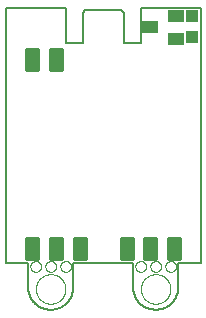
<source format=gbp>
G75*
%MOIN*%
%OFA0B0*%
%FSLAX25Y25*%
%IPPOS*%
%LPD*%
%AMOC8*
5,1,8,0,0,1.08239X$1,22.5*
%
%ADD10C,0.00500*%
%ADD11C,0.00000*%
%ADD12R,0.04252X0.04134*%
%ADD13C,0.01000*%
%ADD14R,0.05512X0.03937*%
D10*
X0005050Y0016901D02*
X0005050Y0101862D01*
X0025050Y0101862D01*
X0025050Y0090026D01*
X0030675Y0090026D01*
X0030675Y0100221D01*
X0031652Y0101198D01*
X0043448Y0101198D01*
X0044425Y0100221D01*
X0044425Y0090026D01*
X0050050Y0090026D01*
X0050050Y0101901D01*
X0070001Y0101901D01*
X0070050Y0101862D01*
X0070050Y0101901D02*
X0070050Y0073151D01*
X0070001Y0016901D01*
X0062550Y0016901D01*
X0062550Y0008151D01*
X0062533Y0007969D01*
X0062511Y0007787D01*
X0062484Y0007605D01*
X0062454Y0007425D01*
X0062419Y0007245D01*
X0062379Y0007066D01*
X0062335Y0006888D01*
X0062287Y0006711D01*
X0062235Y0006535D01*
X0062178Y0006361D01*
X0062117Y0006188D01*
X0062052Y0006017D01*
X0061983Y0005847D01*
X0061909Y0005679D01*
X0061832Y0005513D01*
X0061750Y0005349D01*
X0061665Y0005187D01*
X0061576Y0005027D01*
X0061482Y0004869D01*
X0061385Y0004713D01*
X0061284Y0004560D01*
X0061180Y0004410D01*
X0061072Y0004262D01*
X0060960Y0004116D01*
X0060845Y0003974D01*
X0060726Y0003834D01*
X0060604Y0003698D01*
X0060479Y0003564D01*
X0060350Y0003433D01*
X0060219Y0003306D01*
X0060084Y0003181D01*
X0059946Y0003060D01*
X0059806Y0002943D01*
X0059662Y0002829D01*
X0059516Y0002718D01*
X0059367Y0002611D01*
X0059216Y0002508D01*
X0059062Y0002408D01*
X0058906Y0002313D01*
X0058747Y0002221D01*
X0058586Y0002133D01*
X0058424Y0002048D01*
X0058259Y0001968D01*
X0058092Y0001892D01*
X0057923Y0001820D01*
X0057753Y0001752D01*
X0057581Y0001689D01*
X0057408Y0001629D01*
X0057233Y0001574D01*
X0057057Y0001523D01*
X0056880Y0001476D01*
X0056702Y0001433D01*
X0056522Y0001395D01*
X0056342Y0001362D01*
X0056161Y0001333D01*
X0055980Y0001308D01*
X0055798Y0001287D01*
X0055615Y0001271D01*
X0055432Y0001260D01*
X0055249Y0001253D01*
X0055066Y0001250D01*
X0054883Y0001252D01*
X0054699Y0001258D01*
X0054516Y0001269D01*
X0054334Y0001284D01*
X0054152Y0001304D01*
X0053970Y0001328D01*
X0053789Y0001356D01*
X0053608Y0001389D01*
X0053429Y0001427D01*
X0053251Y0001468D01*
X0053073Y0001514D01*
X0052897Y0001565D01*
X0052722Y0001619D01*
X0052548Y0001678D01*
X0052376Y0001741D01*
X0052206Y0001808D01*
X0052037Y0001879D01*
X0051870Y0001955D01*
X0051705Y0002034D01*
X0051541Y0002118D01*
X0051380Y0002205D01*
X0051221Y0002297D01*
X0051065Y0002392D01*
X0050911Y0002491D01*
X0050759Y0002593D01*
X0050609Y0002700D01*
X0050463Y0002810D01*
X0050319Y0002923D01*
X0050178Y0003040D01*
X0050040Y0003160D01*
X0049904Y0003284D01*
X0049772Y0003411D01*
X0049643Y0003541D01*
X0049517Y0003674D01*
X0049395Y0003811D01*
X0049275Y0003950D01*
X0049159Y0004092D01*
X0049047Y0004237D01*
X0048938Y0004384D01*
X0048833Y0004534D01*
X0048732Y0004687D01*
X0048634Y0004842D01*
X0048540Y0004999D01*
X0048450Y0005159D01*
X0048364Y0005321D01*
X0048282Y0005485D01*
X0048204Y0005650D01*
X0048130Y0005818D01*
X0048060Y0005987D01*
X0047994Y0006158D01*
X0047932Y0006331D01*
X0047875Y0006505D01*
X0047822Y0006681D01*
X0047773Y0006857D01*
X0047728Y0007035D01*
X0047688Y0007214D01*
X0047652Y0007393D01*
X0047621Y0007574D01*
X0047594Y0007755D01*
X0047571Y0007937D01*
X0047553Y0008120D01*
X0047539Y0008302D01*
X0047530Y0008485D01*
X0047525Y0008669D01*
X0047524Y0008852D01*
X0047528Y0009035D01*
X0047537Y0009218D01*
X0047550Y0009401D01*
X0047550Y0016901D01*
X0027550Y0016901D01*
X0027550Y0009401D01*
X0027563Y0009217D01*
X0027572Y0009033D01*
X0027576Y0008848D01*
X0027575Y0008664D01*
X0027570Y0008480D01*
X0027561Y0008296D01*
X0027547Y0008112D01*
X0027528Y0007928D01*
X0027505Y0007745D01*
X0027478Y0007563D01*
X0027446Y0007381D01*
X0027409Y0007201D01*
X0027368Y0007021D01*
X0027323Y0006842D01*
X0027274Y0006664D01*
X0027220Y0006488D01*
X0027162Y0006313D01*
X0027099Y0006140D01*
X0027032Y0005968D01*
X0026961Y0005797D01*
X0026886Y0005629D01*
X0026807Y0005462D01*
X0026724Y0005298D01*
X0026637Y0005135D01*
X0026546Y0004975D01*
X0026451Y0004817D01*
X0026352Y0004661D01*
X0026249Y0004508D01*
X0026143Y0004358D01*
X0026032Y0004210D01*
X0025919Y0004065D01*
X0025802Y0003922D01*
X0025681Y0003783D01*
X0025557Y0003646D01*
X0025430Y0003513D01*
X0025299Y0003383D01*
X0025165Y0003256D01*
X0025029Y0003132D01*
X0024889Y0003012D01*
X0024746Y0002895D01*
X0024601Y0002782D01*
X0024452Y0002672D01*
X0024301Y0002566D01*
X0024148Y0002464D01*
X0023992Y0002365D01*
X0023834Y0002270D01*
X0023673Y0002180D01*
X0023511Y0002093D01*
X0023346Y0002010D01*
X0023179Y0001931D01*
X0023011Y0001857D01*
X0022840Y0001786D01*
X0022668Y0001720D01*
X0022494Y0001658D01*
X0022319Y0001600D01*
X0022143Y0001547D01*
X0021965Y0001498D01*
X0021786Y0001453D01*
X0021606Y0001413D01*
X0021425Y0001377D01*
X0021244Y0001345D01*
X0021061Y0001318D01*
X0020878Y0001296D01*
X0020695Y0001278D01*
X0020511Y0001264D01*
X0020327Y0001255D01*
X0020142Y0001251D01*
X0019958Y0001251D01*
X0019773Y0001255D01*
X0019589Y0001264D01*
X0019405Y0001278D01*
X0019222Y0001296D01*
X0019039Y0001318D01*
X0018856Y0001345D01*
X0018675Y0001377D01*
X0018494Y0001413D01*
X0018314Y0001453D01*
X0018135Y0001498D01*
X0017957Y0001547D01*
X0017781Y0001600D01*
X0017606Y0001658D01*
X0017432Y0001720D01*
X0017260Y0001786D01*
X0017089Y0001857D01*
X0016921Y0001931D01*
X0016754Y0002010D01*
X0016589Y0002093D01*
X0016427Y0002180D01*
X0016266Y0002270D01*
X0016108Y0002365D01*
X0015952Y0002464D01*
X0015799Y0002566D01*
X0015648Y0002672D01*
X0015499Y0002782D01*
X0015354Y0002895D01*
X0015211Y0003012D01*
X0015071Y0003132D01*
X0014935Y0003256D01*
X0014801Y0003383D01*
X0014670Y0003513D01*
X0014543Y0003646D01*
X0014419Y0003783D01*
X0014298Y0003922D01*
X0014181Y0004065D01*
X0014068Y0004210D01*
X0013957Y0004358D01*
X0013851Y0004508D01*
X0013748Y0004661D01*
X0013649Y0004817D01*
X0013554Y0004975D01*
X0013463Y0005135D01*
X0013376Y0005298D01*
X0013293Y0005462D01*
X0013214Y0005629D01*
X0013139Y0005797D01*
X0013068Y0005968D01*
X0013001Y0006140D01*
X0012938Y0006313D01*
X0012880Y0006488D01*
X0012826Y0006664D01*
X0012777Y0006842D01*
X0012732Y0007021D01*
X0012691Y0007201D01*
X0012654Y0007381D01*
X0012622Y0007563D01*
X0012595Y0007745D01*
X0012572Y0007928D01*
X0012553Y0008112D01*
X0012539Y0008296D01*
X0012530Y0008480D01*
X0012525Y0008664D01*
X0012524Y0008848D01*
X0012528Y0009033D01*
X0012537Y0009217D01*
X0012550Y0009401D01*
X0012550Y0016901D01*
X0005050Y0016901D01*
D11*
X0013278Y0015651D02*
X0013280Y0015735D01*
X0013286Y0015818D01*
X0013296Y0015901D01*
X0013310Y0015984D01*
X0013327Y0016066D01*
X0013349Y0016147D01*
X0013374Y0016226D01*
X0013403Y0016305D01*
X0013436Y0016382D01*
X0013472Y0016457D01*
X0013512Y0016531D01*
X0013555Y0016603D01*
X0013602Y0016672D01*
X0013652Y0016739D01*
X0013705Y0016804D01*
X0013761Y0016866D01*
X0013819Y0016926D01*
X0013881Y0016983D01*
X0013945Y0017036D01*
X0014012Y0017087D01*
X0014081Y0017134D01*
X0014152Y0017179D01*
X0014225Y0017219D01*
X0014300Y0017256D01*
X0014377Y0017290D01*
X0014455Y0017320D01*
X0014534Y0017346D01*
X0014615Y0017369D01*
X0014697Y0017387D01*
X0014779Y0017402D01*
X0014862Y0017413D01*
X0014945Y0017420D01*
X0015029Y0017423D01*
X0015113Y0017422D01*
X0015196Y0017417D01*
X0015280Y0017408D01*
X0015362Y0017395D01*
X0015444Y0017379D01*
X0015525Y0017358D01*
X0015606Y0017334D01*
X0015684Y0017306D01*
X0015762Y0017274D01*
X0015838Y0017238D01*
X0015912Y0017199D01*
X0015984Y0017157D01*
X0016054Y0017111D01*
X0016122Y0017062D01*
X0016187Y0017010D01*
X0016250Y0016955D01*
X0016310Y0016897D01*
X0016368Y0016836D01*
X0016422Y0016772D01*
X0016474Y0016706D01*
X0016522Y0016638D01*
X0016567Y0016567D01*
X0016608Y0016494D01*
X0016647Y0016420D01*
X0016681Y0016344D01*
X0016712Y0016266D01*
X0016739Y0016187D01*
X0016763Y0016106D01*
X0016782Y0016025D01*
X0016798Y0015943D01*
X0016810Y0015860D01*
X0016818Y0015776D01*
X0016822Y0015693D01*
X0016822Y0015609D01*
X0016818Y0015526D01*
X0016810Y0015442D01*
X0016798Y0015359D01*
X0016782Y0015277D01*
X0016763Y0015196D01*
X0016739Y0015115D01*
X0016712Y0015036D01*
X0016681Y0014958D01*
X0016647Y0014882D01*
X0016608Y0014808D01*
X0016567Y0014735D01*
X0016522Y0014664D01*
X0016474Y0014596D01*
X0016422Y0014530D01*
X0016368Y0014466D01*
X0016310Y0014405D01*
X0016250Y0014347D01*
X0016187Y0014292D01*
X0016122Y0014240D01*
X0016054Y0014191D01*
X0015984Y0014145D01*
X0015912Y0014103D01*
X0015838Y0014064D01*
X0015762Y0014028D01*
X0015684Y0013996D01*
X0015606Y0013968D01*
X0015525Y0013944D01*
X0015444Y0013923D01*
X0015362Y0013907D01*
X0015280Y0013894D01*
X0015196Y0013885D01*
X0015113Y0013880D01*
X0015029Y0013879D01*
X0014945Y0013882D01*
X0014862Y0013889D01*
X0014779Y0013900D01*
X0014697Y0013915D01*
X0014615Y0013933D01*
X0014534Y0013956D01*
X0014455Y0013982D01*
X0014377Y0014012D01*
X0014300Y0014046D01*
X0014225Y0014083D01*
X0014152Y0014123D01*
X0014081Y0014168D01*
X0014012Y0014215D01*
X0013945Y0014266D01*
X0013881Y0014319D01*
X0013819Y0014376D01*
X0013761Y0014436D01*
X0013705Y0014498D01*
X0013652Y0014563D01*
X0013602Y0014630D01*
X0013555Y0014699D01*
X0013512Y0014771D01*
X0013472Y0014845D01*
X0013436Y0014920D01*
X0013403Y0014997D01*
X0013374Y0015076D01*
X0013349Y0015155D01*
X0013327Y0015236D01*
X0013310Y0015318D01*
X0013296Y0015401D01*
X0013286Y0015484D01*
X0013280Y0015567D01*
X0013278Y0015651D01*
X0018278Y0015651D02*
X0018280Y0015735D01*
X0018286Y0015818D01*
X0018296Y0015901D01*
X0018310Y0015984D01*
X0018327Y0016066D01*
X0018349Y0016147D01*
X0018374Y0016226D01*
X0018403Y0016305D01*
X0018436Y0016382D01*
X0018472Y0016457D01*
X0018512Y0016531D01*
X0018555Y0016603D01*
X0018602Y0016672D01*
X0018652Y0016739D01*
X0018705Y0016804D01*
X0018761Y0016866D01*
X0018819Y0016926D01*
X0018881Y0016983D01*
X0018945Y0017036D01*
X0019012Y0017087D01*
X0019081Y0017134D01*
X0019152Y0017179D01*
X0019225Y0017219D01*
X0019300Y0017256D01*
X0019377Y0017290D01*
X0019455Y0017320D01*
X0019534Y0017346D01*
X0019615Y0017369D01*
X0019697Y0017387D01*
X0019779Y0017402D01*
X0019862Y0017413D01*
X0019945Y0017420D01*
X0020029Y0017423D01*
X0020113Y0017422D01*
X0020196Y0017417D01*
X0020280Y0017408D01*
X0020362Y0017395D01*
X0020444Y0017379D01*
X0020525Y0017358D01*
X0020606Y0017334D01*
X0020684Y0017306D01*
X0020762Y0017274D01*
X0020838Y0017238D01*
X0020912Y0017199D01*
X0020984Y0017157D01*
X0021054Y0017111D01*
X0021122Y0017062D01*
X0021187Y0017010D01*
X0021250Y0016955D01*
X0021310Y0016897D01*
X0021368Y0016836D01*
X0021422Y0016772D01*
X0021474Y0016706D01*
X0021522Y0016638D01*
X0021567Y0016567D01*
X0021608Y0016494D01*
X0021647Y0016420D01*
X0021681Y0016344D01*
X0021712Y0016266D01*
X0021739Y0016187D01*
X0021763Y0016106D01*
X0021782Y0016025D01*
X0021798Y0015943D01*
X0021810Y0015860D01*
X0021818Y0015776D01*
X0021822Y0015693D01*
X0021822Y0015609D01*
X0021818Y0015526D01*
X0021810Y0015442D01*
X0021798Y0015359D01*
X0021782Y0015277D01*
X0021763Y0015196D01*
X0021739Y0015115D01*
X0021712Y0015036D01*
X0021681Y0014958D01*
X0021647Y0014882D01*
X0021608Y0014808D01*
X0021567Y0014735D01*
X0021522Y0014664D01*
X0021474Y0014596D01*
X0021422Y0014530D01*
X0021368Y0014466D01*
X0021310Y0014405D01*
X0021250Y0014347D01*
X0021187Y0014292D01*
X0021122Y0014240D01*
X0021054Y0014191D01*
X0020984Y0014145D01*
X0020912Y0014103D01*
X0020838Y0014064D01*
X0020762Y0014028D01*
X0020684Y0013996D01*
X0020606Y0013968D01*
X0020525Y0013944D01*
X0020444Y0013923D01*
X0020362Y0013907D01*
X0020280Y0013894D01*
X0020196Y0013885D01*
X0020113Y0013880D01*
X0020029Y0013879D01*
X0019945Y0013882D01*
X0019862Y0013889D01*
X0019779Y0013900D01*
X0019697Y0013915D01*
X0019615Y0013933D01*
X0019534Y0013956D01*
X0019455Y0013982D01*
X0019377Y0014012D01*
X0019300Y0014046D01*
X0019225Y0014083D01*
X0019152Y0014123D01*
X0019081Y0014168D01*
X0019012Y0014215D01*
X0018945Y0014266D01*
X0018881Y0014319D01*
X0018819Y0014376D01*
X0018761Y0014436D01*
X0018705Y0014498D01*
X0018652Y0014563D01*
X0018602Y0014630D01*
X0018555Y0014699D01*
X0018512Y0014771D01*
X0018472Y0014845D01*
X0018436Y0014920D01*
X0018403Y0014997D01*
X0018374Y0015076D01*
X0018349Y0015155D01*
X0018327Y0015236D01*
X0018310Y0015318D01*
X0018296Y0015401D01*
X0018286Y0015484D01*
X0018280Y0015567D01*
X0018278Y0015651D01*
X0015129Y0008151D02*
X0015131Y0008291D01*
X0015137Y0008431D01*
X0015147Y0008570D01*
X0015161Y0008709D01*
X0015179Y0008848D01*
X0015200Y0008986D01*
X0015226Y0009124D01*
X0015256Y0009261D01*
X0015289Y0009396D01*
X0015327Y0009531D01*
X0015368Y0009665D01*
X0015413Y0009798D01*
X0015461Y0009929D01*
X0015514Y0010058D01*
X0015570Y0010187D01*
X0015629Y0010313D01*
X0015693Y0010438D01*
X0015759Y0010561D01*
X0015830Y0010682D01*
X0015903Y0010801D01*
X0015980Y0010918D01*
X0016061Y0011032D01*
X0016144Y0011144D01*
X0016231Y0011254D01*
X0016321Y0011362D01*
X0016413Y0011466D01*
X0016509Y0011568D01*
X0016608Y0011668D01*
X0016709Y0011764D01*
X0016813Y0011858D01*
X0016920Y0011948D01*
X0017029Y0012035D01*
X0017141Y0012120D01*
X0017255Y0012201D01*
X0017371Y0012279D01*
X0017489Y0012353D01*
X0017610Y0012424D01*
X0017732Y0012492D01*
X0017857Y0012556D01*
X0017983Y0012617D01*
X0018110Y0012674D01*
X0018240Y0012727D01*
X0018371Y0012777D01*
X0018503Y0012822D01*
X0018636Y0012865D01*
X0018771Y0012903D01*
X0018906Y0012937D01*
X0019043Y0012968D01*
X0019180Y0012995D01*
X0019318Y0013017D01*
X0019457Y0013036D01*
X0019596Y0013051D01*
X0019735Y0013062D01*
X0019875Y0013069D01*
X0020015Y0013072D01*
X0020155Y0013071D01*
X0020295Y0013066D01*
X0020434Y0013057D01*
X0020574Y0013044D01*
X0020713Y0013027D01*
X0020851Y0013006D01*
X0020989Y0012982D01*
X0021126Y0012953D01*
X0021262Y0012921D01*
X0021397Y0012884D01*
X0021531Y0012844D01*
X0021664Y0012800D01*
X0021795Y0012752D01*
X0021925Y0012701D01*
X0022054Y0012646D01*
X0022181Y0012587D01*
X0022306Y0012524D01*
X0022429Y0012459D01*
X0022551Y0012389D01*
X0022670Y0012316D01*
X0022788Y0012240D01*
X0022903Y0012161D01*
X0023016Y0012078D01*
X0023126Y0011992D01*
X0023234Y0011903D01*
X0023339Y0011811D01*
X0023442Y0011716D01*
X0023542Y0011618D01*
X0023639Y0011518D01*
X0023733Y0011414D01*
X0023825Y0011308D01*
X0023913Y0011200D01*
X0023998Y0011089D01*
X0024080Y0010975D01*
X0024159Y0010859D01*
X0024234Y0010742D01*
X0024306Y0010622D01*
X0024374Y0010500D01*
X0024439Y0010376D01*
X0024501Y0010250D01*
X0024559Y0010123D01*
X0024613Y0009994D01*
X0024664Y0009863D01*
X0024710Y0009731D01*
X0024753Y0009598D01*
X0024793Y0009464D01*
X0024828Y0009329D01*
X0024860Y0009192D01*
X0024887Y0009055D01*
X0024911Y0008917D01*
X0024931Y0008779D01*
X0024947Y0008640D01*
X0024959Y0008500D01*
X0024967Y0008361D01*
X0024971Y0008221D01*
X0024971Y0008081D01*
X0024967Y0007941D01*
X0024959Y0007802D01*
X0024947Y0007662D01*
X0024931Y0007523D01*
X0024911Y0007385D01*
X0024887Y0007247D01*
X0024860Y0007110D01*
X0024828Y0006973D01*
X0024793Y0006838D01*
X0024753Y0006704D01*
X0024710Y0006571D01*
X0024664Y0006439D01*
X0024613Y0006308D01*
X0024559Y0006179D01*
X0024501Y0006052D01*
X0024439Y0005926D01*
X0024374Y0005802D01*
X0024306Y0005680D01*
X0024234Y0005560D01*
X0024159Y0005443D01*
X0024080Y0005327D01*
X0023998Y0005213D01*
X0023913Y0005102D01*
X0023825Y0004994D01*
X0023733Y0004888D01*
X0023639Y0004784D01*
X0023542Y0004684D01*
X0023442Y0004586D01*
X0023339Y0004491D01*
X0023234Y0004399D01*
X0023126Y0004310D01*
X0023016Y0004224D01*
X0022903Y0004141D01*
X0022788Y0004062D01*
X0022670Y0003986D01*
X0022551Y0003913D01*
X0022429Y0003843D01*
X0022306Y0003778D01*
X0022181Y0003715D01*
X0022054Y0003656D01*
X0021925Y0003601D01*
X0021795Y0003550D01*
X0021664Y0003502D01*
X0021531Y0003458D01*
X0021397Y0003418D01*
X0021262Y0003381D01*
X0021126Y0003349D01*
X0020989Y0003320D01*
X0020851Y0003296D01*
X0020713Y0003275D01*
X0020574Y0003258D01*
X0020434Y0003245D01*
X0020295Y0003236D01*
X0020155Y0003231D01*
X0020015Y0003230D01*
X0019875Y0003233D01*
X0019735Y0003240D01*
X0019596Y0003251D01*
X0019457Y0003266D01*
X0019318Y0003285D01*
X0019180Y0003307D01*
X0019043Y0003334D01*
X0018906Y0003365D01*
X0018771Y0003399D01*
X0018636Y0003437D01*
X0018503Y0003480D01*
X0018371Y0003525D01*
X0018240Y0003575D01*
X0018110Y0003628D01*
X0017983Y0003685D01*
X0017857Y0003746D01*
X0017732Y0003810D01*
X0017610Y0003878D01*
X0017489Y0003949D01*
X0017371Y0004023D01*
X0017255Y0004101D01*
X0017141Y0004182D01*
X0017029Y0004267D01*
X0016920Y0004354D01*
X0016813Y0004444D01*
X0016709Y0004538D01*
X0016608Y0004634D01*
X0016509Y0004734D01*
X0016413Y0004836D01*
X0016321Y0004940D01*
X0016231Y0005048D01*
X0016144Y0005158D01*
X0016061Y0005270D01*
X0015980Y0005384D01*
X0015903Y0005501D01*
X0015830Y0005620D01*
X0015759Y0005741D01*
X0015693Y0005864D01*
X0015629Y0005989D01*
X0015570Y0006115D01*
X0015514Y0006244D01*
X0015461Y0006373D01*
X0015413Y0006504D01*
X0015368Y0006637D01*
X0015327Y0006771D01*
X0015289Y0006906D01*
X0015256Y0007041D01*
X0015226Y0007178D01*
X0015200Y0007316D01*
X0015179Y0007454D01*
X0015161Y0007593D01*
X0015147Y0007732D01*
X0015137Y0007871D01*
X0015131Y0008011D01*
X0015129Y0008151D01*
X0023278Y0015651D02*
X0023280Y0015735D01*
X0023286Y0015818D01*
X0023296Y0015901D01*
X0023310Y0015984D01*
X0023327Y0016066D01*
X0023349Y0016147D01*
X0023374Y0016226D01*
X0023403Y0016305D01*
X0023436Y0016382D01*
X0023472Y0016457D01*
X0023512Y0016531D01*
X0023555Y0016603D01*
X0023602Y0016672D01*
X0023652Y0016739D01*
X0023705Y0016804D01*
X0023761Y0016866D01*
X0023819Y0016926D01*
X0023881Y0016983D01*
X0023945Y0017036D01*
X0024012Y0017087D01*
X0024081Y0017134D01*
X0024152Y0017179D01*
X0024225Y0017219D01*
X0024300Y0017256D01*
X0024377Y0017290D01*
X0024455Y0017320D01*
X0024534Y0017346D01*
X0024615Y0017369D01*
X0024697Y0017387D01*
X0024779Y0017402D01*
X0024862Y0017413D01*
X0024945Y0017420D01*
X0025029Y0017423D01*
X0025113Y0017422D01*
X0025196Y0017417D01*
X0025280Y0017408D01*
X0025362Y0017395D01*
X0025444Y0017379D01*
X0025525Y0017358D01*
X0025606Y0017334D01*
X0025684Y0017306D01*
X0025762Y0017274D01*
X0025838Y0017238D01*
X0025912Y0017199D01*
X0025984Y0017157D01*
X0026054Y0017111D01*
X0026122Y0017062D01*
X0026187Y0017010D01*
X0026250Y0016955D01*
X0026310Y0016897D01*
X0026368Y0016836D01*
X0026422Y0016772D01*
X0026474Y0016706D01*
X0026522Y0016638D01*
X0026567Y0016567D01*
X0026608Y0016494D01*
X0026647Y0016420D01*
X0026681Y0016344D01*
X0026712Y0016266D01*
X0026739Y0016187D01*
X0026763Y0016106D01*
X0026782Y0016025D01*
X0026798Y0015943D01*
X0026810Y0015860D01*
X0026818Y0015776D01*
X0026822Y0015693D01*
X0026822Y0015609D01*
X0026818Y0015526D01*
X0026810Y0015442D01*
X0026798Y0015359D01*
X0026782Y0015277D01*
X0026763Y0015196D01*
X0026739Y0015115D01*
X0026712Y0015036D01*
X0026681Y0014958D01*
X0026647Y0014882D01*
X0026608Y0014808D01*
X0026567Y0014735D01*
X0026522Y0014664D01*
X0026474Y0014596D01*
X0026422Y0014530D01*
X0026368Y0014466D01*
X0026310Y0014405D01*
X0026250Y0014347D01*
X0026187Y0014292D01*
X0026122Y0014240D01*
X0026054Y0014191D01*
X0025984Y0014145D01*
X0025912Y0014103D01*
X0025838Y0014064D01*
X0025762Y0014028D01*
X0025684Y0013996D01*
X0025606Y0013968D01*
X0025525Y0013944D01*
X0025444Y0013923D01*
X0025362Y0013907D01*
X0025280Y0013894D01*
X0025196Y0013885D01*
X0025113Y0013880D01*
X0025029Y0013879D01*
X0024945Y0013882D01*
X0024862Y0013889D01*
X0024779Y0013900D01*
X0024697Y0013915D01*
X0024615Y0013933D01*
X0024534Y0013956D01*
X0024455Y0013982D01*
X0024377Y0014012D01*
X0024300Y0014046D01*
X0024225Y0014083D01*
X0024152Y0014123D01*
X0024081Y0014168D01*
X0024012Y0014215D01*
X0023945Y0014266D01*
X0023881Y0014319D01*
X0023819Y0014376D01*
X0023761Y0014436D01*
X0023705Y0014498D01*
X0023652Y0014563D01*
X0023602Y0014630D01*
X0023555Y0014699D01*
X0023512Y0014771D01*
X0023472Y0014845D01*
X0023436Y0014920D01*
X0023403Y0014997D01*
X0023374Y0015076D01*
X0023349Y0015155D01*
X0023327Y0015236D01*
X0023310Y0015318D01*
X0023296Y0015401D01*
X0023286Y0015484D01*
X0023280Y0015567D01*
X0023278Y0015651D01*
X0048278Y0015651D02*
X0048280Y0015735D01*
X0048286Y0015818D01*
X0048296Y0015901D01*
X0048310Y0015984D01*
X0048327Y0016066D01*
X0048349Y0016147D01*
X0048374Y0016226D01*
X0048403Y0016305D01*
X0048436Y0016382D01*
X0048472Y0016457D01*
X0048512Y0016531D01*
X0048555Y0016603D01*
X0048602Y0016672D01*
X0048652Y0016739D01*
X0048705Y0016804D01*
X0048761Y0016866D01*
X0048819Y0016926D01*
X0048881Y0016983D01*
X0048945Y0017036D01*
X0049012Y0017087D01*
X0049081Y0017134D01*
X0049152Y0017179D01*
X0049225Y0017219D01*
X0049300Y0017256D01*
X0049377Y0017290D01*
X0049455Y0017320D01*
X0049534Y0017346D01*
X0049615Y0017369D01*
X0049697Y0017387D01*
X0049779Y0017402D01*
X0049862Y0017413D01*
X0049945Y0017420D01*
X0050029Y0017423D01*
X0050113Y0017422D01*
X0050196Y0017417D01*
X0050280Y0017408D01*
X0050362Y0017395D01*
X0050444Y0017379D01*
X0050525Y0017358D01*
X0050606Y0017334D01*
X0050684Y0017306D01*
X0050762Y0017274D01*
X0050838Y0017238D01*
X0050912Y0017199D01*
X0050984Y0017157D01*
X0051054Y0017111D01*
X0051122Y0017062D01*
X0051187Y0017010D01*
X0051250Y0016955D01*
X0051310Y0016897D01*
X0051368Y0016836D01*
X0051422Y0016772D01*
X0051474Y0016706D01*
X0051522Y0016638D01*
X0051567Y0016567D01*
X0051608Y0016494D01*
X0051647Y0016420D01*
X0051681Y0016344D01*
X0051712Y0016266D01*
X0051739Y0016187D01*
X0051763Y0016106D01*
X0051782Y0016025D01*
X0051798Y0015943D01*
X0051810Y0015860D01*
X0051818Y0015776D01*
X0051822Y0015693D01*
X0051822Y0015609D01*
X0051818Y0015526D01*
X0051810Y0015442D01*
X0051798Y0015359D01*
X0051782Y0015277D01*
X0051763Y0015196D01*
X0051739Y0015115D01*
X0051712Y0015036D01*
X0051681Y0014958D01*
X0051647Y0014882D01*
X0051608Y0014808D01*
X0051567Y0014735D01*
X0051522Y0014664D01*
X0051474Y0014596D01*
X0051422Y0014530D01*
X0051368Y0014466D01*
X0051310Y0014405D01*
X0051250Y0014347D01*
X0051187Y0014292D01*
X0051122Y0014240D01*
X0051054Y0014191D01*
X0050984Y0014145D01*
X0050912Y0014103D01*
X0050838Y0014064D01*
X0050762Y0014028D01*
X0050684Y0013996D01*
X0050606Y0013968D01*
X0050525Y0013944D01*
X0050444Y0013923D01*
X0050362Y0013907D01*
X0050280Y0013894D01*
X0050196Y0013885D01*
X0050113Y0013880D01*
X0050029Y0013879D01*
X0049945Y0013882D01*
X0049862Y0013889D01*
X0049779Y0013900D01*
X0049697Y0013915D01*
X0049615Y0013933D01*
X0049534Y0013956D01*
X0049455Y0013982D01*
X0049377Y0014012D01*
X0049300Y0014046D01*
X0049225Y0014083D01*
X0049152Y0014123D01*
X0049081Y0014168D01*
X0049012Y0014215D01*
X0048945Y0014266D01*
X0048881Y0014319D01*
X0048819Y0014376D01*
X0048761Y0014436D01*
X0048705Y0014498D01*
X0048652Y0014563D01*
X0048602Y0014630D01*
X0048555Y0014699D01*
X0048512Y0014771D01*
X0048472Y0014845D01*
X0048436Y0014920D01*
X0048403Y0014997D01*
X0048374Y0015076D01*
X0048349Y0015155D01*
X0048327Y0015236D01*
X0048310Y0015318D01*
X0048296Y0015401D01*
X0048286Y0015484D01*
X0048280Y0015567D01*
X0048278Y0015651D01*
X0053278Y0015651D02*
X0053280Y0015735D01*
X0053286Y0015818D01*
X0053296Y0015901D01*
X0053310Y0015984D01*
X0053327Y0016066D01*
X0053349Y0016147D01*
X0053374Y0016226D01*
X0053403Y0016305D01*
X0053436Y0016382D01*
X0053472Y0016457D01*
X0053512Y0016531D01*
X0053555Y0016603D01*
X0053602Y0016672D01*
X0053652Y0016739D01*
X0053705Y0016804D01*
X0053761Y0016866D01*
X0053819Y0016926D01*
X0053881Y0016983D01*
X0053945Y0017036D01*
X0054012Y0017087D01*
X0054081Y0017134D01*
X0054152Y0017179D01*
X0054225Y0017219D01*
X0054300Y0017256D01*
X0054377Y0017290D01*
X0054455Y0017320D01*
X0054534Y0017346D01*
X0054615Y0017369D01*
X0054697Y0017387D01*
X0054779Y0017402D01*
X0054862Y0017413D01*
X0054945Y0017420D01*
X0055029Y0017423D01*
X0055113Y0017422D01*
X0055196Y0017417D01*
X0055280Y0017408D01*
X0055362Y0017395D01*
X0055444Y0017379D01*
X0055525Y0017358D01*
X0055606Y0017334D01*
X0055684Y0017306D01*
X0055762Y0017274D01*
X0055838Y0017238D01*
X0055912Y0017199D01*
X0055984Y0017157D01*
X0056054Y0017111D01*
X0056122Y0017062D01*
X0056187Y0017010D01*
X0056250Y0016955D01*
X0056310Y0016897D01*
X0056368Y0016836D01*
X0056422Y0016772D01*
X0056474Y0016706D01*
X0056522Y0016638D01*
X0056567Y0016567D01*
X0056608Y0016494D01*
X0056647Y0016420D01*
X0056681Y0016344D01*
X0056712Y0016266D01*
X0056739Y0016187D01*
X0056763Y0016106D01*
X0056782Y0016025D01*
X0056798Y0015943D01*
X0056810Y0015860D01*
X0056818Y0015776D01*
X0056822Y0015693D01*
X0056822Y0015609D01*
X0056818Y0015526D01*
X0056810Y0015442D01*
X0056798Y0015359D01*
X0056782Y0015277D01*
X0056763Y0015196D01*
X0056739Y0015115D01*
X0056712Y0015036D01*
X0056681Y0014958D01*
X0056647Y0014882D01*
X0056608Y0014808D01*
X0056567Y0014735D01*
X0056522Y0014664D01*
X0056474Y0014596D01*
X0056422Y0014530D01*
X0056368Y0014466D01*
X0056310Y0014405D01*
X0056250Y0014347D01*
X0056187Y0014292D01*
X0056122Y0014240D01*
X0056054Y0014191D01*
X0055984Y0014145D01*
X0055912Y0014103D01*
X0055838Y0014064D01*
X0055762Y0014028D01*
X0055684Y0013996D01*
X0055606Y0013968D01*
X0055525Y0013944D01*
X0055444Y0013923D01*
X0055362Y0013907D01*
X0055280Y0013894D01*
X0055196Y0013885D01*
X0055113Y0013880D01*
X0055029Y0013879D01*
X0054945Y0013882D01*
X0054862Y0013889D01*
X0054779Y0013900D01*
X0054697Y0013915D01*
X0054615Y0013933D01*
X0054534Y0013956D01*
X0054455Y0013982D01*
X0054377Y0014012D01*
X0054300Y0014046D01*
X0054225Y0014083D01*
X0054152Y0014123D01*
X0054081Y0014168D01*
X0054012Y0014215D01*
X0053945Y0014266D01*
X0053881Y0014319D01*
X0053819Y0014376D01*
X0053761Y0014436D01*
X0053705Y0014498D01*
X0053652Y0014563D01*
X0053602Y0014630D01*
X0053555Y0014699D01*
X0053512Y0014771D01*
X0053472Y0014845D01*
X0053436Y0014920D01*
X0053403Y0014997D01*
X0053374Y0015076D01*
X0053349Y0015155D01*
X0053327Y0015236D01*
X0053310Y0015318D01*
X0053296Y0015401D01*
X0053286Y0015484D01*
X0053280Y0015567D01*
X0053278Y0015651D01*
X0050129Y0008151D02*
X0050131Y0008291D01*
X0050137Y0008431D01*
X0050147Y0008570D01*
X0050161Y0008709D01*
X0050179Y0008848D01*
X0050200Y0008986D01*
X0050226Y0009124D01*
X0050256Y0009261D01*
X0050289Y0009396D01*
X0050327Y0009531D01*
X0050368Y0009665D01*
X0050413Y0009798D01*
X0050461Y0009929D01*
X0050514Y0010058D01*
X0050570Y0010187D01*
X0050629Y0010313D01*
X0050693Y0010438D01*
X0050759Y0010561D01*
X0050830Y0010682D01*
X0050903Y0010801D01*
X0050980Y0010918D01*
X0051061Y0011032D01*
X0051144Y0011144D01*
X0051231Y0011254D01*
X0051321Y0011362D01*
X0051413Y0011466D01*
X0051509Y0011568D01*
X0051608Y0011668D01*
X0051709Y0011764D01*
X0051813Y0011858D01*
X0051920Y0011948D01*
X0052029Y0012035D01*
X0052141Y0012120D01*
X0052255Y0012201D01*
X0052371Y0012279D01*
X0052489Y0012353D01*
X0052610Y0012424D01*
X0052732Y0012492D01*
X0052857Y0012556D01*
X0052983Y0012617D01*
X0053110Y0012674D01*
X0053240Y0012727D01*
X0053371Y0012777D01*
X0053503Y0012822D01*
X0053636Y0012865D01*
X0053771Y0012903D01*
X0053906Y0012937D01*
X0054043Y0012968D01*
X0054180Y0012995D01*
X0054318Y0013017D01*
X0054457Y0013036D01*
X0054596Y0013051D01*
X0054735Y0013062D01*
X0054875Y0013069D01*
X0055015Y0013072D01*
X0055155Y0013071D01*
X0055295Y0013066D01*
X0055434Y0013057D01*
X0055574Y0013044D01*
X0055713Y0013027D01*
X0055851Y0013006D01*
X0055989Y0012982D01*
X0056126Y0012953D01*
X0056262Y0012921D01*
X0056397Y0012884D01*
X0056531Y0012844D01*
X0056664Y0012800D01*
X0056795Y0012752D01*
X0056925Y0012701D01*
X0057054Y0012646D01*
X0057181Y0012587D01*
X0057306Y0012524D01*
X0057429Y0012459D01*
X0057551Y0012389D01*
X0057670Y0012316D01*
X0057788Y0012240D01*
X0057903Y0012161D01*
X0058016Y0012078D01*
X0058126Y0011992D01*
X0058234Y0011903D01*
X0058339Y0011811D01*
X0058442Y0011716D01*
X0058542Y0011618D01*
X0058639Y0011518D01*
X0058733Y0011414D01*
X0058825Y0011308D01*
X0058913Y0011200D01*
X0058998Y0011089D01*
X0059080Y0010975D01*
X0059159Y0010859D01*
X0059234Y0010742D01*
X0059306Y0010622D01*
X0059374Y0010500D01*
X0059439Y0010376D01*
X0059501Y0010250D01*
X0059559Y0010123D01*
X0059613Y0009994D01*
X0059664Y0009863D01*
X0059710Y0009731D01*
X0059753Y0009598D01*
X0059793Y0009464D01*
X0059828Y0009329D01*
X0059860Y0009192D01*
X0059887Y0009055D01*
X0059911Y0008917D01*
X0059931Y0008779D01*
X0059947Y0008640D01*
X0059959Y0008500D01*
X0059967Y0008361D01*
X0059971Y0008221D01*
X0059971Y0008081D01*
X0059967Y0007941D01*
X0059959Y0007802D01*
X0059947Y0007662D01*
X0059931Y0007523D01*
X0059911Y0007385D01*
X0059887Y0007247D01*
X0059860Y0007110D01*
X0059828Y0006973D01*
X0059793Y0006838D01*
X0059753Y0006704D01*
X0059710Y0006571D01*
X0059664Y0006439D01*
X0059613Y0006308D01*
X0059559Y0006179D01*
X0059501Y0006052D01*
X0059439Y0005926D01*
X0059374Y0005802D01*
X0059306Y0005680D01*
X0059234Y0005560D01*
X0059159Y0005443D01*
X0059080Y0005327D01*
X0058998Y0005213D01*
X0058913Y0005102D01*
X0058825Y0004994D01*
X0058733Y0004888D01*
X0058639Y0004784D01*
X0058542Y0004684D01*
X0058442Y0004586D01*
X0058339Y0004491D01*
X0058234Y0004399D01*
X0058126Y0004310D01*
X0058016Y0004224D01*
X0057903Y0004141D01*
X0057788Y0004062D01*
X0057670Y0003986D01*
X0057551Y0003913D01*
X0057429Y0003843D01*
X0057306Y0003778D01*
X0057181Y0003715D01*
X0057054Y0003656D01*
X0056925Y0003601D01*
X0056795Y0003550D01*
X0056664Y0003502D01*
X0056531Y0003458D01*
X0056397Y0003418D01*
X0056262Y0003381D01*
X0056126Y0003349D01*
X0055989Y0003320D01*
X0055851Y0003296D01*
X0055713Y0003275D01*
X0055574Y0003258D01*
X0055434Y0003245D01*
X0055295Y0003236D01*
X0055155Y0003231D01*
X0055015Y0003230D01*
X0054875Y0003233D01*
X0054735Y0003240D01*
X0054596Y0003251D01*
X0054457Y0003266D01*
X0054318Y0003285D01*
X0054180Y0003307D01*
X0054043Y0003334D01*
X0053906Y0003365D01*
X0053771Y0003399D01*
X0053636Y0003437D01*
X0053503Y0003480D01*
X0053371Y0003525D01*
X0053240Y0003575D01*
X0053110Y0003628D01*
X0052983Y0003685D01*
X0052857Y0003746D01*
X0052732Y0003810D01*
X0052610Y0003878D01*
X0052489Y0003949D01*
X0052371Y0004023D01*
X0052255Y0004101D01*
X0052141Y0004182D01*
X0052029Y0004267D01*
X0051920Y0004354D01*
X0051813Y0004444D01*
X0051709Y0004538D01*
X0051608Y0004634D01*
X0051509Y0004734D01*
X0051413Y0004836D01*
X0051321Y0004940D01*
X0051231Y0005048D01*
X0051144Y0005158D01*
X0051061Y0005270D01*
X0050980Y0005384D01*
X0050903Y0005501D01*
X0050830Y0005620D01*
X0050759Y0005741D01*
X0050693Y0005864D01*
X0050629Y0005989D01*
X0050570Y0006115D01*
X0050514Y0006244D01*
X0050461Y0006373D01*
X0050413Y0006504D01*
X0050368Y0006637D01*
X0050327Y0006771D01*
X0050289Y0006906D01*
X0050256Y0007041D01*
X0050226Y0007178D01*
X0050200Y0007316D01*
X0050179Y0007454D01*
X0050161Y0007593D01*
X0050147Y0007732D01*
X0050137Y0007871D01*
X0050131Y0008011D01*
X0050129Y0008151D01*
X0058278Y0015651D02*
X0058280Y0015735D01*
X0058286Y0015818D01*
X0058296Y0015901D01*
X0058310Y0015984D01*
X0058327Y0016066D01*
X0058349Y0016147D01*
X0058374Y0016226D01*
X0058403Y0016305D01*
X0058436Y0016382D01*
X0058472Y0016457D01*
X0058512Y0016531D01*
X0058555Y0016603D01*
X0058602Y0016672D01*
X0058652Y0016739D01*
X0058705Y0016804D01*
X0058761Y0016866D01*
X0058819Y0016926D01*
X0058881Y0016983D01*
X0058945Y0017036D01*
X0059012Y0017087D01*
X0059081Y0017134D01*
X0059152Y0017179D01*
X0059225Y0017219D01*
X0059300Y0017256D01*
X0059377Y0017290D01*
X0059455Y0017320D01*
X0059534Y0017346D01*
X0059615Y0017369D01*
X0059697Y0017387D01*
X0059779Y0017402D01*
X0059862Y0017413D01*
X0059945Y0017420D01*
X0060029Y0017423D01*
X0060113Y0017422D01*
X0060196Y0017417D01*
X0060280Y0017408D01*
X0060362Y0017395D01*
X0060444Y0017379D01*
X0060525Y0017358D01*
X0060606Y0017334D01*
X0060684Y0017306D01*
X0060762Y0017274D01*
X0060838Y0017238D01*
X0060912Y0017199D01*
X0060984Y0017157D01*
X0061054Y0017111D01*
X0061122Y0017062D01*
X0061187Y0017010D01*
X0061250Y0016955D01*
X0061310Y0016897D01*
X0061368Y0016836D01*
X0061422Y0016772D01*
X0061474Y0016706D01*
X0061522Y0016638D01*
X0061567Y0016567D01*
X0061608Y0016494D01*
X0061647Y0016420D01*
X0061681Y0016344D01*
X0061712Y0016266D01*
X0061739Y0016187D01*
X0061763Y0016106D01*
X0061782Y0016025D01*
X0061798Y0015943D01*
X0061810Y0015860D01*
X0061818Y0015776D01*
X0061822Y0015693D01*
X0061822Y0015609D01*
X0061818Y0015526D01*
X0061810Y0015442D01*
X0061798Y0015359D01*
X0061782Y0015277D01*
X0061763Y0015196D01*
X0061739Y0015115D01*
X0061712Y0015036D01*
X0061681Y0014958D01*
X0061647Y0014882D01*
X0061608Y0014808D01*
X0061567Y0014735D01*
X0061522Y0014664D01*
X0061474Y0014596D01*
X0061422Y0014530D01*
X0061368Y0014466D01*
X0061310Y0014405D01*
X0061250Y0014347D01*
X0061187Y0014292D01*
X0061122Y0014240D01*
X0061054Y0014191D01*
X0060984Y0014145D01*
X0060912Y0014103D01*
X0060838Y0014064D01*
X0060762Y0014028D01*
X0060684Y0013996D01*
X0060606Y0013968D01*
X0060525Y0013944D01*
X0060444Y0013923D01*
X0060362Y0013907D01*
X0060280Y0013894D01*
X0060196Y0013885D01*
X0060113Y0013880D01*
X0060029Y0013879D01*
X0059945Y0013882D01*
X0059862Y0013889D01*
X0059779Y0013900D01*
X0059697Y0013915D01*
X0059615Y0013933D01*
X0059534Y0013956D01*
X0059455Y0013982D01*
X0059377Y0014012D01*
X0059300Y0014046D01*
X0059225Y0014083D01*
X0059152Y0014123D01*
X0059081Y0014168D01*
X0059012Y0014215D01*
X0058945Y0014266D01*
X0058881Y0014319D01*
X0058819Y0014376D01*
X0058761Y0014436D01*
X0058705Y0014498D01*
X0058652Y0014563D01*
X0058602Y0014630D01*
X0058555Y0014699D01*
X0058512Y0014771D01*
X0058472Y0014845D01*
X0058436Y0014920D01*
X0058403Y0014997D01*
X0058374Y0015076D01*
X0058349Y0015155D01*
X0058327Y0015236D01*
X0058310Y0015318D01*
X0058296Y0015401D01*
X0058286Y0015484D01*
X0058280Y0015567D01*
X0058278Y0015651D01*
D12*
X0067238Y0092206D03*
X0067238Y0099096D03*
D13*
X0019802Y0088084D02*
X0019802Y0081210D01*
X0019802Y0088084D02*
X0023802Y0088084D01*
X0023802Y0081210D01*
X0019802Y0081210D01*
X0019802Y0082209D02*
X0023802Y0082209D01*
X0023802Y0083208D02*
X0019802Y0083208D01*
X0019802Y0084207D02*
X0023802Y0084207D01*
X0023802Y0085206D02*
X0019802Y0085206D01*
X0019802Y0086205D02*
X0023802Y0086205D01*
X0023802Y0087204D02*
X0019802Y0087204D01*
X0011928Y0088084D02*
X0011928Y0081210D01*
X0011928Y0088084D02*
X0015928Y0088084D01*
X0015928Y0081210D01*
X0011928Y0081210D01*
X0011928Y0082209D02*
X0015928Y0082209D01*
X0015928Y0083208D02*
X0011928Y0083208D01*
X0011928Y0084207D02*
X0015928Y0084207D01*
X0015928Y0085206D02*
X0011928Y0085206D01*
X0011928Y0086205D02*
X0015928Y0086205D01*
X0015928Y0087204D02*
X0011928Y0087204D01*
X0011928Y0025092D02*
X0011928Y0018218D01*
X0011928Y0025092D02*
X0015928Y0025092D01*
X0015928Y0018218D01*
X0011928Y0018218D01*
X0011928Y0019217D02*
X0015928Y0019217D01*
X0015928Y0020216D02*
X0011928Y0020216D01*
X0011928Y0021215D02*
X0015928Y0021215D01*
X0015928Y0022214D02*
X0011928Y0022214D01*
X0011928Y0023213D02*
X0015928Y0023213D01*
X0015928Y0024212D02*
X0011928Y0024212D01*
X0019802Y0025092D02*
X0019802Y0018218D01*
X0019802Y0025092D02*
X0023802Y0025092D01*
X0023802Y0018218D01*
X0019802Y0018218D01*
X0019802Y0019217D02*
X0023802Y0019217D01*
X0023802Y0020216D02*
X0019802Y0020216D01*
X0019802Y0021215D02*
X0023802Y0021215D01*
X0023802Y0022214D02*
X0019802Y0022214D01*
X0019802Y0023213D02*
X0023802Y0023213D01*
X0023802Y0024212D02*
X0019802Y0024212D01*
X0027676Y0025092D02*
X0027676Y0018218D01*
X0027676Y0025092D02*
X0031676Y0025092D01*
X0031676Y0018218D01*
X0027676Y0018218D01*
X0027676Y0019217D02*
X0031676Y0019217D01*
X0031676Y0020216D02*
X0027676Y0020216D01*
X0027676Y0021215D02*
X0031676Y0021215D01*
X0031676Y0022214D02*
X0027676Y0022214D01*
X0027676Y0023213D02*
X0031676Y0023213D01*
X0031676Y0024212D02*
X0027676Y0024212D01*
X0043424Y0025092D02*
X0043424Y0018218D01*
X0043424Y0025092D02*
X0047424Y0025092D01*
X0047424Y0018218D01*
X0043424Y0018218D01*
X0043424Y0019217D02*
X0047424Y0019217D01*
X0047424Y0020216D02*
X0043424Y0020216D01*
X0043424Y0021215D02*
X0047424Y0021215D01*
X0047424Y0022214D02*
X0043424Y0022214D01*
X0043424Y0023213D02*
X0047424Y0023213D01*
X0047424Y0024212D02*
X0043424Y0024212D01*
X0051298Y0025092D02*
X0051298Y0018218D01*
X0051298Y0025092D02*
X0055298Y0025092D01*
X0055298Y0018218D01*
X0051298Y0018218D01*
X0051298Y0019217D02*
X0055298Y0019217D01*
X0055298Y0020216D02*
X0051298Y0020216D01*
X0051298Y0021215D02*
X0055298Y0021215D01*
X0055298Y0022214D02*
X0051298Y0022214D01*
X0051298Y0023213D02*
X0055298Y0023213D01*
X0055298Y0024212D02*
X0051298Y0024212D01*
X0059172Y0025092D02*
X0059172Y0018218D01*
X0059172Y0025092D02*
X0063172Y0025092D01*
X0063172Y0018218D01*
X0059172Y0018218D01*
X0059172Y0019217D02*
X0063172Y0019217D01*
X0063172Y0020216D02*
X0059172Y0020216D01*
X0059172Y0021215D02*
X0063172Y0021215D01*
X0063172Y0022214D02*
X0059172Y0022214D01*
X0059172Y0023213D02*
X0063172Y0023213D01*
X0063172Y0024212D02*
X0059172Y0024212D01*
D14*
X0061881Y0091598D03*
X0061881Y0099079D03*
X0053219Y0095338D03*
M02*

</source>
